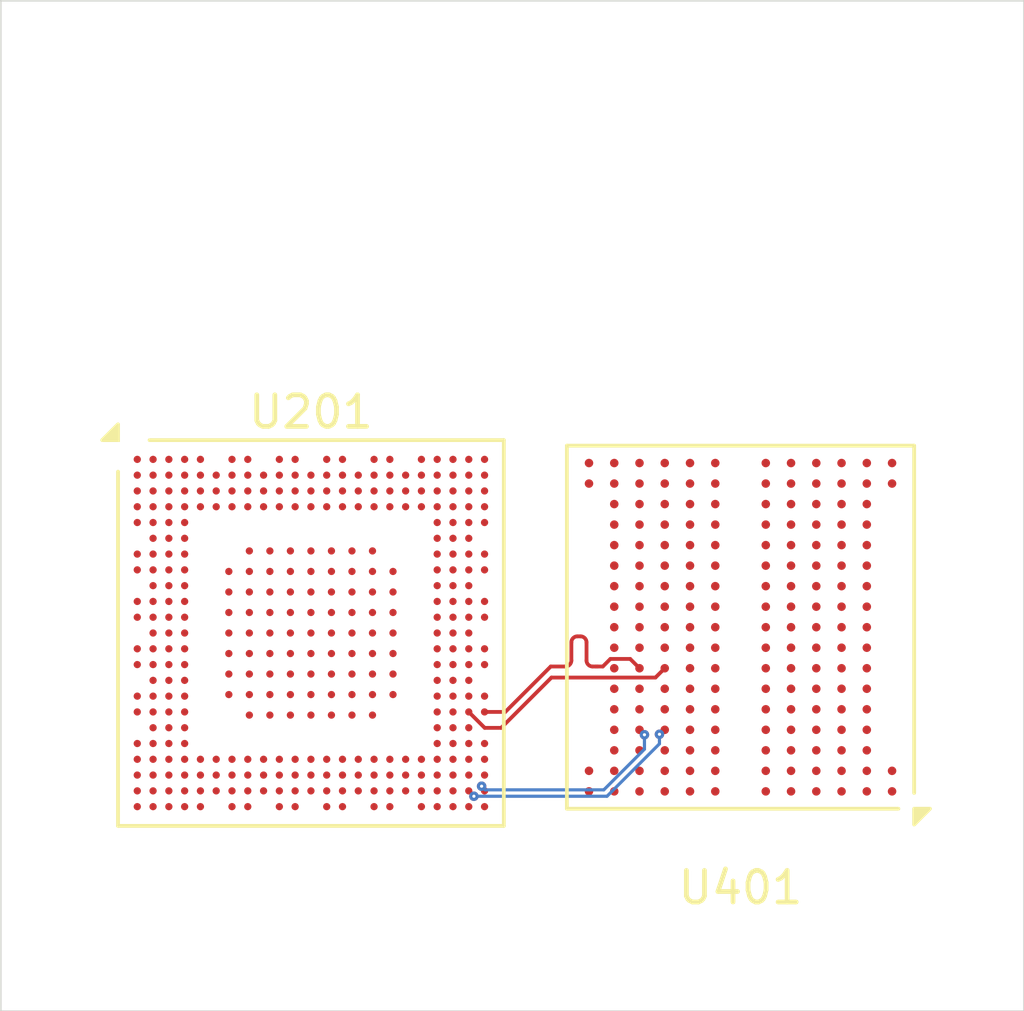
<source format=kicad_pcb>
(kicad_pcb (version 20240108) (generator "pcbnew") (generator_version "8.0")
  (layers (0 "F.Cu" signal) (1 "In1.Cu" signal) (2 "In2.Cu" power) (3 "In3.Cu" power) (4 "In4.Cu" signal) (31 "B.Cu" signal) (34 "B.Paste" user) (35 "F.Paste" user) (36 "B.SilkS" user "B.Silkscreen") (37 "F.SilkS" user "F.Silkscreen") (38 "B.Mask" user) (39 "F.Mask" user) (44 "Edge.Cuts" user))
  (net 0 "")
  (net 1 "Net-(U201A-VDDA1V8_DSI)")
  (net 3 "/CPU/PWR.VDD_{CORE}")
  (net 4 "/CPU/PWR.VDD_{CPU}")
  (net 7 "GND")
  (net 11 "/CPU/DDR.DQS0-")
  (net 13 "/CPU/PWR.VDD_{DDR}")
  (net 18 "/CPU/DDR.DQ11")
  (net 22 "/CPU/DDR.CKE")
  (net 24 "/CPU/PWR.VDD_{USB}")
  (net 31 "/CPU/DDR.DQ24")
  (net 32 "/CPU/DDR.DQ2")
  (net 34 "/CPU/DDR.DQS1+")
  (net 35 "/CPU/DDR.DQM1")
  (net 40 "/CPU/DDR.DQ21")
  (net 41 "/CPU/DDR.A6")
  (net 46 "/CPU/DDR.DQ8")
  (net 50 "Net-(U201A-VDD1V2_DSI_PHY)")
  (net 52 "/CPU/DDR.DQ28")
  (net 53 "/CPU/DDR.DQ29")
  (net 59 "/CPU/DDR.DQ12")
  (net 62 "/CPU/DDR.DQ16")
  (net 64 "/CPU/DDR.DQ20")
  (net 66 "/CPU/DDR.DQ19")
  (net 67 "/CPU/DDR.A8")
  (net 71 "/CPU/DDR.DQ23")
  (net 72 "/CPU/DDR.A2")
  (net 75 "/CPU/DDR.CLKN")
  (net 79 "/CPU/DDR.DQ5")
  (net 80 "/CPU/DDR.A0")
  (net 86 "/CPU/DDR.DQ13")
  (net 90 "/CPU/DDR.DQ15")
  (net 94 "/CPU/PWR.VDD_{3V3}")
  (net 95 "/CPU/DDR.DQM2")
  (net 97 "/CPU/DDR.DQS3+")
  (net 98 "/CPU/DDR.DQS3-")
  (net 99 "/CPU/DDR.A9")
  (net 101 "/CPU/DDR.DQ31")
  (net 117 "/CPU/DDR.DQ7")
  (net 118 "/CPU/DDR.VREF")
  (net 120 "Net-(U201A-VDDA1V1_REG)")
  (net 122 "/CPU/DDR.DQ3")
  (net 124 "/CPU/DDR.DQ17")
  (net 127 "/CPU/DDR.DQ4")
  (net 130 "/CPU/DDR.ODT")
  (net 134 "/CPU/DDR.DQ27")
  (net 142 "/CPU/DDR.DQ1")
  (net 144 "/CPU/DDR.DQM3")
  (net 153 "/CPU/DDR.CLKP")
  (net 156 "/CPU/DDR.DQ22")
  (net 167 "/CPU/DDR.DQM0")
  (net 170 "/CPU/DDR.A4")
  (net 176 "/CPU/PWR.VBAT_{RTC}")
  (net 187 "/CPU/DDR.DQ26")
  (net 189 "/CPU/DDR.~{CS}")
  (net 190 "/CPU/DDR.DQ0")
  (net 191 "/CPU/DDR.A3")
  (net 192 "/CPU/DDR.A5")
  (net 203 "/CPU/DDR.DQS0+")
  (net 204 "/CPU/DDR.DQS2+")
  (net 207 "/CPU/DDR.DQ18")
  (net 208 "/CPU/DDR.DQ9")
  (net 210 "/CPU/DDR.A7")
  (net 214 "/CPU/DDR.DQ14")
  (net 217 "/CPU/DDR.DQ25")
  (net 239 "/CPU/DDR.DQS2-")
  (net 243 "/CPU/DDR.DQS1-")
  (net 244 "/CPU/DDR.DQ30")
  (net 245 "/CPU/DDR.ZQ")
  (net 247 "/CPU/DDR.DQ10")
  (net 248 "/CPU/DDR.A1")
  (net 250 "/CPU/DDR.DQ6")
  (net 263 "/RAM/VDDCA")
  (net 264 "/RAM/VDDQ")
  (net 265 "/RAM/VDD1")
  (net 266 "/RAM/VDD2")
  (footprint "Package_BGA:ST_TFBGA-361_12x12mm_Layout23x23_P0.5mmP0.65mm" (layer "F.Cu") (at 136.214 86.574)
    (property "Reference" "U201")
    (property "Value" "STM32MP157AACx")
  )
  (footprint "samsung-ram:FBGA-178_10.0x14.5mm_Layout12x22_P0.80x0.65mm" (layer "F.Cu") (at 149.822 86.39 180)
    (property "Reference" "U401")
    (property "Value" "K4E6E304ED-EGCG")
  )
  (gr_rect (start 126.3904 66.548) (end 158.8008 98.552) (stroke (width 0.05)) (fill none) (layer "Edge.Cuts"))
  (segment (start 142.238906 89.5788) (end 143.832706 87.985) (width 0.12) (layer "F.Cu") (net 34))
  (segment (start 141.7188 89.5788) (end 142.238906 89.5788) (width 0.12) (layer "F.Cu") (net 34))
  (segment (start 141.214 89.074) (end 141.7188 89.5788) (width 0.12) (layer "F.Cu") (net 34))
  (segment (start 143.832706 87.985) (end 147.127 87.985) (width 0.12) (layer "F.Cu") (net 34))
  (segment (start 147.127 87.985) (end 147.422 87.69) (width 0.12) (layer "F.Cu") (net 34))
  (segment (start 147.422 89.64) (end 147.279982 89.782018) (width 0.12) (layer "F.Cu") (net 97))
  (segment (start 147.279982 89.782018) (end 147.253927 89.782018) (width 0.12) (layer "F.Cu") (net 97))
  (segment (start 141.214 91.5824) (end 141.3764 91.7448) (width 0.1) (layer "F.Cu") (net 97))
  (segment (start 141.214 91.574) (end 141.214 91.5824) (width 0.1) (layer "F.Cu") (net 97))
  (via (at 141.3764 91.7448) (size 0.3) (drill 0.1) (layers "F.Cu" "B.Cu") (net 97))
  (via (at 147.253927 89.782018) (size 0.3) (drill 0.1) (layers "F.Cu" "B.Cu") (net 97))
  (segment (start 147.253927 89.782018) (end 147.253927 90.083673) (width 0.1) (layer "B.Cu") (net 97))
  (segment (start 145.5928 91.7448) (end 141.3764 91.7448) (width 0.1) (layer "B.Cu") (net 97))
  (segment (start 147.253927 90.083673) (end 145.5928 91.7448) (width 0.1) (layer "B.Cu") (net 97))
  (segment (start 141.714 91.520378) (end 141.714 91.574) (width 0.1) (layer "F.Cu") (net 98))
  (segment (start 146.7788 89.7968) (end 146.622 89.64) (width 0.1) (layer "F.Cu") (net 98))
  (segment (start 141.620426 91.426804) (end 141.714 91.520378) (width 0.1) (layer "F.Cu") (net 98))
  (via (at 141.620426 91.426804) (size 0.3) (drill 0.1) (layers "F.Cu" "B.Cu") (net 98))
  (via (at 146.7788 89.7968) (size 0.3) (drill 0.1) (layers "F.Cu" "B.Cu") (net 98))
  (segment (start 145.4912 91.5416) (end 141.735222 91.5416) (width 0.1) (layer "B.Cu") (net 98))
  (segment (start 146.7788 89.7968) (end 146.7788 90.254) (width 0.1) (layer "B.Cu") (net 98))
  (segment (start 141.735222 91.5416) (end 141.620426 91.426804) (width 0.1) (layer "B.Cu") (net 98))
  (segment (start 146.7788 90.254) (end 145.4912 91.5416) (width 0.1) (layer "B.Cu") (net 98))
  (segment (start 140.714 89.074) (end 140.714138 89.074) (width 0.1) (layer "F.Cu") (net 208))
  (segment (start 145.232 87.634688) (end 145.288 87.634688) (width 0.12) (layer "F.Cu") (net 243))
  (segment (start 143.810112 87.634688) (end 144.272 87.634688) (width 0.12) (layer "F.Cu") (net 243))
  (segment (start 145.699806 87.395) (end 146.327 87.395) (width 0.12) (layer "F.Cu") (net 243))
  (segment (start 144.944 86.870996) (end 144.944 87.442688) (width 0.12) (layer "F.Cu") (net 243))
  (segment (start 144.656 86.678996) (end 144.752 86.678996) (width 0.12) (layer "F.Cu") (net 243))
  (segment (start 144.464 87.442688) (end 144.464 86.870996) (width 0.12) (layer "F.Cu") (net 243))
  (segment (start 145.460118 87.634688) (end 145.699806 87.395) (width 0.12) (layer "F.Cu") (net 243))
  (segment (start 146.327 87.395) (end 146.622 87.69) (width 0.12) (layer "F.Cu") (net 243))
  (segment (start 145.136 87.634688) (end 145.232 87.634688) (width 0.12) (layer "F.Cu") (net 243))
  (segment (start 141.714 89.074) (end 142.3708 89.074) (width 0.12) (layer "F.Cu") (net 243))
  (segment (start 145.288 87.634688) (end 145.460118 87.634688) (width 0.12) (layer "F.Cu") (net 243))
  (segment (start 142.3708 89.074) (end 143.810112 87.634688) (width 0.12) (layer "F.Cu") (net 243))
  (arc (start 144.944 87.442688) (mid 145.000235 87.578453) (end 145.136 87.634688) (width 0.12) (layer "F.Cu") (net 243))
  (arc (start 144.464 86.870996) (mid 144.520235 86.735231) (end 144.656 86.678996) (width 0.12) (layer "F.Cu") (net 243))
  (arc (start 144.752 86.678996) (mid 144.887765 86.735231) (end 144.944 86.870996) (width 0.12) (layer "F.Cu") (net 243))
  (arc (start 144.272 87.634688) (mid 144.407765 87.578453) (end 144.464 87.442688) (width 0.12) (layer "F.Cu") (net 243))
)
</source>
